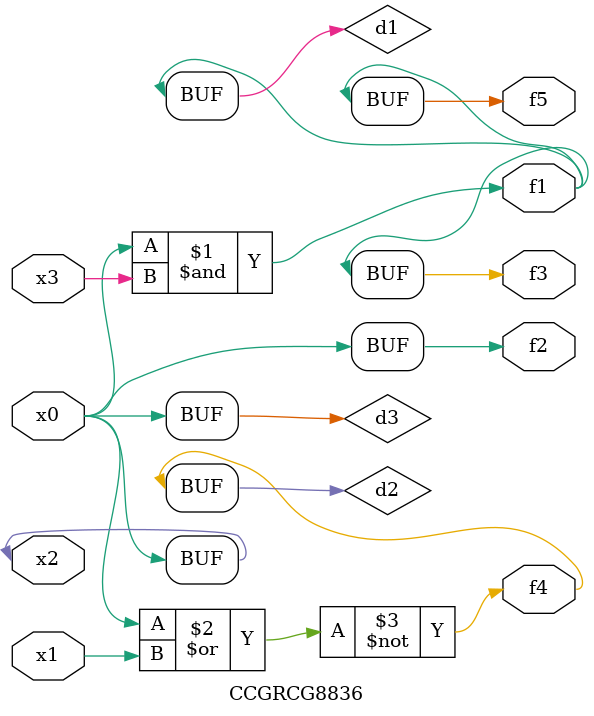
<source format=v>
module CCGRCG8836(
	input x0, x1, x2, x3,
	output f1, f2, f3, f4, f5
);

	wire d1, d2, d3;

	and (d1, x2, x3);
	nor (d2, x0, x1);
	buf (d3, x0, x2);
	assign f1 = d1;
	assign f2 = d3;
	assign f3 = d1;
	assign f4 = d2;
	assign f5 = d1;
endmodule

</source>
